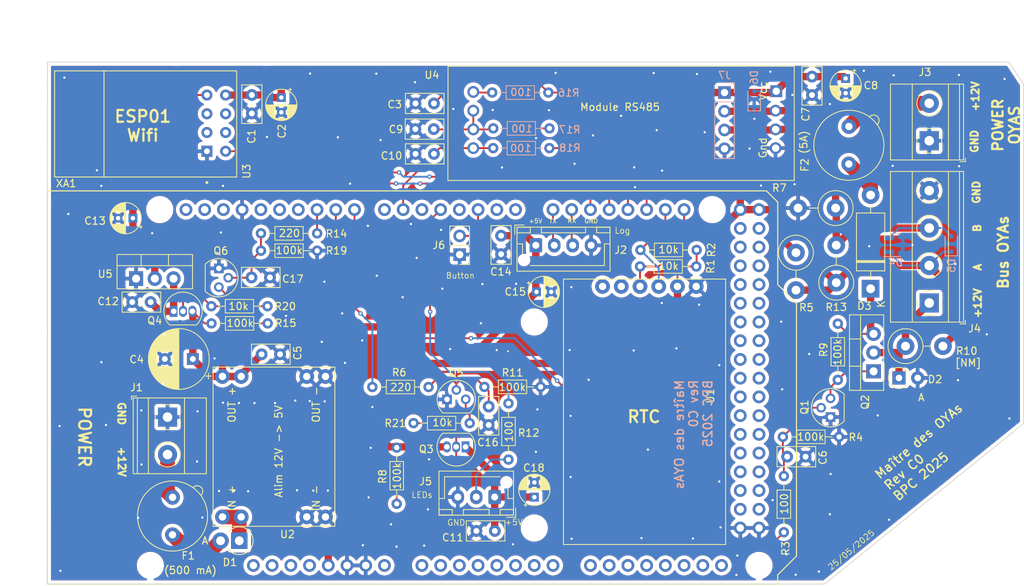
<source format=kicad_pcb>
(kicad_pcb (version 20221018) (generator pcbnew)
  (title_block (title "Commande des OYAs - Maître RS485 - \"Maître des OYAs\"") (date "2025-05-25") (rev "C0") (company "BPC") (comment 1 "Extension Wifi (ESP01)") (comment 2 "Interface LEDs RGB - Bouton - Bus RS485") (comment 3 "Alim 12V - Sortie 12 V pilotable - Bus RS485"))
  (layers (0 "F.Cu" signal) (31 "B.Cu" signal) (34 "B.Paste" user) (35 "F.Paste" user) (36 "B.SilkS" user "B.Silkscreen") (37 "F.SilkS" user "F.Silkscreen") (38 "B.Mask" user) (39 "F.Mask" user) (44 "Edge.Cuts" user))
  (net 0 "")
  (net 1 "+5V")
  (net 2 "GND")
  (net 3 "Net-(J1-Pin_2)")
  (net 4 "Net-(C6-Pad1)")
  (net 5 "Net-(D3-K)")
  (net 6 "Net-(J5-Pin_1)")
  (net 7 "Net-(J5-Pin_2)")
  (net 8 "Net-(D3-A)")
  (net 9 "Net-(Q2-G)")
  (net 10 "Net-(Q3-B)")
  (net 11 "SCL")
  (net 12 "SDA")
  (net 13 "CMD_OYAS_PWR")
  (net 14 "CMD_LEDS_PWR")
  (net 15 "DATA_LEDS")
  (net 18 "RS485_TX")
  (net 19 "TX_EN")
  (net 20 "RS485_RX")
  (net 21 "A")
  (net 22 "B")
  (net 24 "Net-(U4-DE)")
  (net 25 "Net-(U4-DI)")
  (net 26 "TEST_BTN")
  (net 27 "Net-(U4-RO)")
  (net 47 "Net-(Q4-C)")
  (net 49 "TX_LOG")
  (net 50 "RX_LOG")
  (net 88 "Net-(D1-A)")
  (net 89 "Net-(D2-K)")
  (net 90 "Net-(D1-K)")
  (net 96 "Net-(J3-Pin_2)")
  (net 97 "POWER_3.3")
  (net 98 "Net-(Q4-B)")
  (net 99 "CMD_WIFI_PWR")
  (net 100 "RX_WIFI")
  (net 103 "TX_WIFI")
  (net 106 "Net-(C16-Pad1)")
  (net 107 "Net-(C17-Pad1)")
  (net 108 "Net-(Q5-Pad3)")
  (net 109 "Net-(Q6-Pad3)")
  (footprint "TerminalBlock_Phoenix:TerminalBlock_Phoenix_MKDS-1,5-2-5.08_1x02_P5.08mm_Horizontal" (layer "F.Cu") (at 90.88 97.14 -90)
    (fp_text reference "J1")
    (fp_text value "POWER_12V")
  )
  (footprint "Capacitor_THT:C_Disc_D5.0mm_W2.5mm_P2.50mm" (layer "F.Cu") (at 174.92 102.51)
    (fp_text reference "C6")
    (fp_text value "100nF")
  )
  (footprint "Resistor_THT:R_Axial_DIN0204_L3.6mm_D1.6mm_P7.62mm_Horizontal" (layer "F.Cu") (at 96.84 84.43)
    (fp_text reference "R15")
    (fp_text value "100k")
  )
  (footprint "Resistor_THT:R_Axial_DIN0204_L3.6mm_D1.6mm_P7.62mm_Horizontal" (layer "F.Cu") (at 111.17 72.22 180)
    (fp_text reference "R14")
    (fp_text value "220")
  )
  (footprint "Package_TO_SOT_THT:TO-92_Inline" (layer "F.Cu") (at 131.3 101.18 180)
    (fp_text reference "Q3")
    (fp_text value "BC327")
  )
  (footprint "Capacitor_THT:C_Disc_D5.0mm_W2.5mm_P2.50mm" (layer "F.Cu") (at 88.59 81.54 180)
    (fp_text reference "C12")
    (fp_text value "100nF")
  )
  (footprint "Resistor_THT:R_Axial_DIN0204_L3.6mm_D1.6mm_P7.62mm_Horizontal" (layer "F.Cu") (at 174.47 105.14 -90)
    (fp_text reference "R3")
    (fp_text value "100")
  )
  (footprint "Resistor_THT:R_Axial_DIN0204_L3.6mm_D1.6mm_P7.62mm_Horizontal" (layer "F.Cu") (at 104.44 82.1 180)
    (fp_text reference "R20")
    (fp_text value "10k")
  )
  (footprint "bpc:BPC_Mod485" (layer "F.Cu") (at 173.35 53.04 -90)
    (fp_text reference "U4")
    (fp_text value "BPC_Mod485" hide)
  )
  (footprint "Capacitor_THT:CP_Radial_D8.0mm_P3.80mm" (layer "F.Cu") (at 94.31 89.26 180)
    (fp_text reference "C4")
    (fp_text value "100µF")
  )
  (footprint "Package_TO_SOT_THT:TO-220-3_Vertical" (layer "F.Cu") (at 86.61 78.36)
    (fp_text reference "U5")
    (fp_text value "LM1117DT-3.3")
  )
  (footprint "Diode_THT:D_A-405_P2.54mm_Vertical_AnodeUp" (layer "F.Cu") (at 190.085 91.83)
    (fp_text reference "D2")
    (fp_text value "BAT42")
  )
  (footprint "Diode_THT:D_DO-15_P12.70mm_Horizontal" (layer "F.Cu") (at 186.24 79.73 90)
    (fp_text reference "D3")
    (fp_text value "SR560")
  )
  (footprint "Capacitor_THT:CP_Radial_D4.0mm_P2.00mm" (layer "F.Cu") (at 140.63 108 90)
    (fp_text reference "C18")
    (fp_text value "10µF")
  )
  (footprint "Capacitor_THT:CP_Radial_D4.0mm_P2.00mm" (layer "F.Cu") (at 106.31 53.8 -90)
    (fp_text reference "C2")
    (fp_text value "10µF")
  )
  (footprint "bpc:BPC_Alim5V" (layer "F.Cu") (at 98.33 110.68 90)
    (fp_text reference "U2")
    (fp_text value "BPC_Alim5V" hide)
  )
  (footprint "bpc:BPC_RtcArduino" (layer "F.Cu") (at 162.58 79.42 -90)
    (fp_text reference "U1")
    (fp_text value "RtcArduino")
  )
  (footprint "Resistor_THT:R_Axial_DIN0414_L11.9mm_D4.5mm_P5.08mm_Vertical" (layer "F.Cu") (at 181.49 68.79 180)
    (fp_text reference "R7")
    (fp_text value "220")
  )
  (footprint "Capacitor_THT:C_Disc_D5.0mm_W2.5mm_P2.50mm" (layer "F.Cu") (at 135.27 112.58 180)
    (fp_text reference "C11")
    (fp_text value "100nF")
  )
  (footprint "Package_TO_SOT_THT:TO-92" (layer "F.Cu") (at 180.8 97.14 90)
    (fp_text reference "Q1")
    (fp_text value "BPC_2N2222A")
  )
  (footprint "Capacitor_THT:C_Disc_D5.0mm_W2.5mm_P2.50mm" (layer "F.Cu") (at 178.29 50.96 -90)
    (fp_text reference "C7")
    (fp_text value "100nF")
  )
  (footprint "Resistor_THT:R_Axial_DIN0204_L3.6mm_D1.6mm_P7.62mm_Horizontal" (layer "F.Cu") (at 131.86 97.96 180)
    (fp_text reference "R21")
    (fp_text value "10k")
  )
  (footprint "Fuse:Fuseholder_TR5_Littelfuse_No560_No460" (layer "F.Cu") (at 183.28 62.81 90)
    (fp_text reference "F2")
    (fp_text value "5A")
  )
  (footprint "Diode_THT:D_DO-15_P2.54mm_Vertical_AnodeUp" (layer "F.Cu") (at 100.61 113.91 180)
    (fp_text reference "D1")
    (fp_text value "SR560")
  )
  (footprint "Package_TO_SOT_THT:TO-92_Inline" (layer "F.Cu") (at 91.71 82.79)
    (fp_text reference "Q4")
    (fp_text value "BC327")
  )
  (footprint "Resistor_THT:R_Axial_DIN0204_L3.6mm_D1.6mm_P7.62mm_Horizontal" (layer "F.Cu") (at 137.12 95.28 -90)
    (fp_text reference "R12")
    (fp_text value "100")
  )
  (footprint "Resistor_THT:R_Axial_DIN0204_L3.6mm_D1.6mm_P7.62mm_Horizontal" (layer "F.Cu") (at 181.79 84.47 -90)
    (fp_text reference "R9")
    (fp_text value "100k")
  )
  (footprint "Resistor_THT:R_Axial_DIN0204_L3.6mm_D1.6mm_P7.62mm_Horizontal" (layer "F.Cu") (at 162.64 74.47 180)
    (fp_text reference "R2")
    (fp_text value "10k")
  )
  (footprint "Package_TO_SOT_THT:TO-220-3_Vertical" (layer "F.Cu") (at 186.64 90.93 90)
    (fp_text reference "Q2")
    (fp_text value "P03P4L-04")
  )
  (footprint "bpc:BPC_Arduino_Mega2560_Shield" (layer "F.Cu") (at 74.58 119.8)
    (fp_text reference "XA1")
    (fp_text value "Arduino_Mega2560_Shield")
  )
  (footprint "Resistor_THT:R_Axial_DIN0414_L11.9mm_D4.5mm_P5.08mm_Vertical" (layer "F.Cu") (at 181.58 78.91 90)
    (fp_text reference "R13")
    (fp_text value "128")
  )
  (footprint "Capacitor_THT:C_Disc_D5.0mm_W2.5mm_P2.50mm" (layer "F.Cu") (at 102.31 53.45 -90)
    (fp_text reference "C1")
    (fp_text value "100nF")
  )
  (footprint "Capacitor_THT:C_Disc_D5.0mm_W2.5mm_P2.50mm" (layer "F.Cu") (at 127.01 54.6 180)
    (fp_text reference "C3")
    (fp_text value "1nF")
  )
  (footprint "Resistor_THT:R_Axial_DIN0204_L3.6mm_D1.6mm_P7.62mm_Horizontal" (layer "F.Cu") (at 121.96 101.28 -90)
    (fp_text reference "R8")
    (fp_text value "100k")
  )
  (footprint "Resistor_THT:R_Axial_DIN0204_L3.6mm_D1.6mm_P7.62mm_Horizontal" (layer "F.Cu") (at 103.55 74.57)
    (fp_text reference "R19")
    (fp_text value "100k")
  )
  (footprint "bpc:BPC_XCVR_ESP8266-01_ESP-01" (layer "F.Cu") (at 87.91 57.27 90)
    (fp_text reference "U3")
    (fp_text value "BPC_ESP8266-01_ESP-01")
  )
  (footprint "Capacitor_THT:CP_Radial_D4.0mm_P2.00mm" (layer "F.Cu") (at 182.85 51.207401 -90)
    (fp_text reference "C8")
    (fp_text value "10µF")
  )
  (footprint "Capacitor_THT:C_Disc_D5.0mm_W2.5mm_P2.50mm" (layer "F.Cu") (at 136.12 72.54 -90)
    (fp_text reference "C14")
    (fp_text value "100nF")
  )
  (footprint "Capacitor_THT:C_Disc_D5.0mm_W2.5mm_P2.50mm" (layer "F.Cu") (at 103.64 88.62)
    (fp_text reference "C5")
    (fp_text value "100nF")
  )
  (footprint "TerminalBlock_Phoenix:TerminalBlock_Phoenix_MKDS-1,5-2-5.08_1x02_P5.08mm_Horizontal" (layer "F.Cu") (at 194.19 59.66 90)
    (fp_text reference "J3")
    (fp_text value "POWER_OYAS_12V")
  )
  (footprint "Package_TO_SOT_THT:TO-92" (layer "F.Cu") (at 97.84 76.97 -90)
    (fp_text reference "Q6")
    (fp_text value "BPC_2N2222A")
  )
  (footprint "Resistor_THT:R_Axial_DIN0204_L3.6mm_D1.6mm_P7.62mm_Horizontal" (layer "F.Cu") (at 133.86 93.04)
    (fp_text reference "R11")
    (fp_text value "100k")
  )
  (footprint "Package_TO_SOT_THT:TO-92" (layer "F.Cu") (at 128.78 94.73)
    (fp_text reference "Q5")
    (fp_text value "BPC_2N2222A")
  )
  (footprint "Resistor_THT:R_Axial_DIN0414_L11.9mm_D4.5mm_P5.08mm_Vertical" (layer "F.Cu") (at 176.11 74.84 -90)
    (fp_text reference "R5")
    (fp_text value "220")
  )
  (footprint "Connector_PinHeader_2.54mm:PinHeader_1x02_P2.54mm_Vertical" (layer "F.Cu") (at 130.5 75.105 180)
    (fp_text reference "J6")
    (fp_text value "Button")
  )
  (footprint "Capacitor_THT:C_Disc_D5.0mm_W2.5mm_P2.50mm" (layer "F.Cu") (at 126.99 58.08 180)
    (fp_text reference "C9")
    (fp_text value "1nF")
  )
  (footprint "Capacitor_THT:CP_Radial_D4.0mm_P2.00mm" (layer "F.Cu") (at 86.18 70.16 180)
    (fp_text reference "C13")
    (fp_text value "10µF")
  )
  (footprint "Capacitor_THT:C_Disc_D5.0mm_W2.5mm_P2.50mm" (layer "F.Cu") (at 127.01 61.44 180)
    (fp_text reference "C10")
    (fp_text value "1nF")
  )
  (footprint "Connector_JST:JST_XH_B3B-XH-AM_1x03_P2.50mm_Vertical" (layer "F.Cu") (at 135.25 107.98 180)
    (fp_text reference "J5")
    (fp_text value "Leds RGB")
  )
  (footprint "Capacitor_THT:C_Disc_D5.0mm_W2.5mm_P2.50mm" (layer "F.Cu") (at 102.27 78.2)
    (fp_text reference "C17")
    (fp_text value "100nF")
  )
  (footprint "Resistor_THT:R_Axial_DIN0204_L3.6mm_D1.6mm_P7.62mm_Horizontal" (layer "F.Cu") (at 162.59 76.71 180)
    (fp_text reference "R1")
    (fp_text value "10k")
  )
  (footprint "Capacitor_THT:CP_Radial_D4.0mm_P2.00mm" (layer "F.Cu") (at 140.92 80.15)
    (fp_text reference "C15")
    (fp_text value "10µF")
  )
  (footprint "Connector_JST:JST_XH_B4B-XH-AM_1x04_P2.50mm_Vertical" (layer "F.Cu") (at 140.83 73.84)
    (fp_text reference "J2")
    (fp_text value "Log")
  )
  (footprint "Resistor_THT:R_Axial_DIN0414_L11.9mm_D4.5mm_P5.08mm_Vertical" (layer "F.Cu") (at 190.97 87.52)
    (fp_text reference "R10")
    (fp_text value "R")
  )
  (footprint "TerminalBlock_Phoenix:TerminalBlock_Phoenix_MKDS-1,5-4-5.08_1x04_P5.08mm_Horizontal" (layer "F.Cu") (at 194.19 81.66 90)
    (fp_text reference "J4")
    (fp_text value "BUS_OYAS")
  )
  (footprint "Resistor_THT:R_Axial_DIN0204_L3.6mm_D1.6mm_P7.62mm_Horizontal" (layer "F.Cu") (at 174.34 99.82)
    (fp_text reference "R4")
    (fp_text value "100k")
  )
  (footprint "Fuse:Fuseholder_TR5_Littelfuse_No560_No460" (layer "F.Cu") (at 91.55 113.1 90)
    (fp_text reference "F1")
    (fp_text value "500 mA")
  )
  (footprint "Resistor_THT:R_Axial_DIN0204_L3.6mm_D1.6mm_P7.62mm_Horizontal" (layer "F.Cu") (at 118.66 93.06)
    (fp_text reference "R6")
    (fp_text value "220")
  )
  (footprint "Capacitor_THT:C_Disc_D5.0mm_W2.5mm_P2.50mm" (layer "F.Cu") (at 134.44 95.71 -90)
    (fp_text reference "C16")
    (fp_text value "100nF")
  )
  (footprint "Resistor_THT:R_Axial_DIN0204_L3.6mm_D1.6mm_P7.62mm_Horizontal" (layer "B.Cu") (at 134.91 53.12)
    (fp_text reference "R16")
    (fp_text value "100")
  )
  (footprint "Connector_PinHeader_2.54mm:PinHeader_1x04_P2.54mm_Vertical" (layer "B.Cu") (at 166.42 53.12 180)
    (fp_text reference "J7")
    (fp_text value "Adapt BUS")
  )
  (footprint "Resistor_THT:R_Axial_DIN0204_L3.6mm_D1.6mm_P7.62mm_Horizontal" (layer "B.Cu") (at 135.06 57.98)
    (fp_text reference "R17")
    (fp_text value "100")
  )
  (footprint "Package_TO_SOT_SMD:SOT-23" (layer "B.Cu") (at 189.6525 73.8)
    (fp_text reference "D4")
    (fp_text value "SM712_SOT23")
  )
  (footprint "Diode_SMD:D_SOD-323" (layer "B.Cu") (at 170.44 53.99 90)
    (fp_text reference "D6")
    (fp_text value "SD12_SOD323")
  )
  (footprint "Resistor_THT:R_Axial_DIN0204_L3.6mm_D1.6mm_P7.62mm_Horizontal" (layer "B.Cu") (at 135.05 60.66)
    (fp_text reference "R18")
    (fp_text value "100")
  )
  (footprint "Diode_SMD:D_SOD-323" (layer "B.Cu") (at 197.19 73.66 90)
    (fp_text reference "D5")
    (fp_text value "SD12_SOD323")
  )
  (gr_line (start 74.57 119.78) (end 74.58 49) (stroke (width 0.1)) (layer "Edge.Cuts"))
  (gr_line (start 180 119.78) (end 207 98) (stroke (width 0.1)) (layer "Edge.Cuts"))
  (gr_line (start 207 52) (end 205 49) (stroke (width 0.1)) (layer "Edge.Cuts"))
  (gr_line (start 207 52) (end 207 98) (stroke (width 0.1)) (layer "Edge.Cuts"))
  (gr_line (start 74.58 49) (end 205 49) (stroke (width 0.1)) (layer "Edge.Cuts"))
  (gr_line (start 74.57 119.78) (end 180 119.78) (stroke (width 0.1)) (layer "Edge.Cuts"))
  (gr_text "Maître des OYAs\nRev C0\nBPC 2025" (at 164.86 91.98 90) (layer "B.SilkS") (effects (font (size 1.2 1.2) (thickness 0.2)) (justify left bottom mirror)))
  (gr_text "RX" (at 145.07 70.86) (layer "F.SilkS") (effects (font (size 0.6 0.6) (thickness 0.1)) (justify left bottom)))
  (gr_text "POWER" (at 78.69 99.84 270) (layer "F.SilkS") (effects (font (size 1.6 1.6) (thickness 0.3) bold) (justify bottom)))
  (gr_text "GND" (at 128.75 111.92) (layer "F.SilkS") (effects (font (size 0.8 0.8) (thickness 0.1)) (justify left bottom)))
  (gr_text "[NM]" (at 199.47 89.78) (layer "F.SilkS") (effects (font (size 1 1))))
  (gr_text "ESP01\nWifi" (at 87.53 59.87) (layer "F.SilkS") (effects (font (size 1.6 1.6) (thickness 0.3) bold) (justify bottom)))
  (gr_text "100k" (at 137.64 93.08) (layer "F.SilkS") (effects (font (size 1 1))))
  (gr_text "RTC" (at 155.49 98.03) (layer "F.SilkS") (effects (font (size 1.6 1.6) (thickness 0.3) bold) (justify bottom)))
  (gr_text "GND" (at 201.17 68.33 90) (layer "F.SilkS") (effects (font (size 1 1) (thickness 0.25) bold) (justify left bottom)))
  (gr_text "GND" (at 84.05 94.98 -90) (layer "F.SilkS") (effects (font (size 1 1) (thickness 0.25) bold) (justify left bottom)))
  (gr_text "B" (at 201.28 72.17 90) (layer "F.SilkS") (effects (font (size 1 1) (thickness 0.25) bold) (justify left bottom)))
  (gr_text "TX" (at 142.57 70.9) (layer "F.SilkS") (effects (font (size 0.6 0.6) (thickness 0.1)) (justify left bottom)))
  (gr_text "Bus OYAs" (at 205.04 79.92 90) (layer "F.SilkS") (effects (font (size 1.4 1.4) (thickness 0.3) bold) (justify left bottom)))
  (gr_text "25/05/2025" (at 180.89 118.05 40) (layer "F.SilkS") (effects (font (size 0.8 0.8) (thickness 0.1)) (justify left bottom)))
  (gr_text "A" (at 201.34 77.4 90) (layer "F.SilkS") (effects (font (size 1 1) (thickness 0.25) bold) (justify left bottom)))
  (gr_text "Maître des OYAs\nRev C0\nBPC 2025" (at 189.94 108.74 40) (layer "F.SilkS") (effects (font (size 1.2 1.2) (thickness 0.2)) (justify left bottom)))
  (gr_text "(5A)" (at 177.16 59.86 90) (layer "F.SilkS") (effects (font (size 1 1))))
  (gr_text "+5V" (at 139.81 70.9) (layer "F.SilkS") (effects (font (size 0.6 0.6) (thickness 0.1)) (justify left bottom)))
  (gr_text "100k" (at 107.38 74.53) (layer "F.SilkS") (effects (font (size 1 1))))
  (gr_text "POWER\nOYAS" (at 206.57 57.54 90) (layer "F.SilkS") (effects (font (size 1.4 1.4) (thickness 0.3) bold) (justify bottom)))
  (gr_text "+12V" (at 201.03 55.79 90) (layer "F.SilkS") (effects (font (size 1 1) (thickness 0.25) bold) (justify left bottom)))
  (gr_text "LEDs" (at 123.92 108.17) (layer "F.SilkS") (effects (font (size 0.8 0.8) (thickness 0.1)) (justify left bottom)))
  (gr_text "Log" (at 151.47 72.32) (layer "F.SilkS") (effects (font (size 0.8 0.8) (thickness 0.1)) (justify left bottom)))
  (gr_text "+12V" (at 84.08 101.04 -90) (layer "F.SilkS") (effects (font (size 1 1) (thickness 0.25) bold) (justify left bottom)))
  (gr_text "Button" (at 128.58 78.41) (layer "F.SilkS") (effects (font (size 0.8 0.8) (thickness 0.1)) (justify left bottom)))
  (gr_text "GND" (at 147.35 70.89) (layer "F.SilkS") (effects (font (size 0.6 0.6) (thickness 0.1)) (justify left bottom)))
  (gr_text "(500 mA)" (at 93.98 117.92) (layer "F.SilkS") (effects (font (size 1 1))))
  (gr_text "+5V" (at 136.56 111.87) (layer "F.SilkS") (effects (font (size 0.8 0.8) (thickness 0.1)) (justify left bottom)))
  (gr_text "+12V" (at 201.34 83.86 90) (layer "F.SilkS") (effects (font (size 1 1) (thickness 0.25) bold) (justify left bottom)))
  (gr_text "GND" (at 200.91 61.43 90) (layer "F.SilkS") (effects (font (size 1 1) (thickness 0.25) bold) (justify left bottom)))
  (segment (start 98.33 89.87) (end 101.91 86.29) (width 1) (layer "F.Cu") (net 1))
  (segment (start 155.03 89.86) (end 161.22 89.86) (width 1) (layer "F.Cu") (net 1))
  (segment (start 95.89 84.43) (end 96.84 84.43) (width 0.25) (layer "F.Cu") (net 1))
  (segment (start 139.53 72.54) (end 140.83 73.84) (width 1) (layer "F.Cu") (net 1))
  (segment (start 161.46 55.38) (end 163.72 53.12) (width 1) (layer "F.Cu") (net 1))
  (segment (start 100.87 91.63) (end 100.87 91.39) (width 1) (layer "F.Cu") (net 1))
  (segment (start 161.14 76.71) (end 160.04 77.81) (width 0.25) (layer "F.Cu") (net 1))
  (segment (start 116.54 111.55) (end 116.54 96.76) (width 1) (layer "F.Cu") (net 1))
  (segment (start 166.42 53.12) (end 173.26 53.12) (width 1) (layer "F.Cu") (net 1))
  (segment (start 176.11 74.84) (end 173.85 72.58) (width 1) (layer "F.Cu") (net 1))
  (segment (start 165.66 85.42) (end 165.66 71.9) (width 1) (layer "F.Cu") (net 1))
  (segment (start 100.87 91.39) (end 103.64 88.62) (width 1) (layer "F.Cu") (net 1))
  (segment (start 112.68 115.23) (end 112.86 115.23) (width 1) (layer "F.Cu") (net 1))
  (segment (start 155.03 89.86) (end 160.04 84.85) (width 1) (layer "F.Cu") (net 1))
  (segment (start 182.602599 50.96) (end 182.85 51.207401) (width 1) (layer "F.Cu") (net 1))
  (segment (start 160.04 77.81) (end 160.04 79.42) (width 0.25) (layer "F.Cu") (net 1))
  (segment (start 98.33 91.63) (end 96.68 91.63) (width 1) (layer "F.Cu") (net 1))
  (segment (start 175.42 50.96) (end 173.44 52.94) (width 1) (layer "F.Cu") (net 1))
  (segment (start 101.91 86.29) (end 109.96 86.29) (width 1) (layer "F.Cu") (net 1))
  (segment (start 162.59 76.71) (end 161.14 76.71) (width 0.25) (layer "F.Cu") (net 1))
  (segment (start 165.66 71.9) (end 168.56 69) (width 1) (layer "F.Cu") (net 1))
  (segment (start 131.27 89.86) (end 155.03 89.86) (width 1) (layer "F.Cu") (net 1))
  (segment (start 160.04 84.85) (end 160.04 79.42) (width 1) (layer "F.Cu") (net 1))
  (segment (start 116.54 96.76) (end 116.54 88.75) (width 1) (layer "F.Cu") (net 1))
  (segment (start 140.83 80.06) (end 140.92 80.15) (width 1) (layer "F.Cu") (net 1))
  (segment (start 168.56 67.24) (end 166.16 64.84) (width 1) (layer "F.Cu") (net 1))
  (segment (start 140.83 73.84) (end 140.83 80.06) (width 1) (layer "F.Cu") (net 1))
  (segment (start 161.22 89.86) (end 165.66 85.42) (width 1) (layer "F.Cu") (net 1))
  (segment (start 94.31 89.26) (end 94.31 82.85) (width 1) (layer "F.Cu") (net 1))
  (segment (start 100.87 91.63) (end 98.33 91.63) (width 1) (layer "F.Cu") (net 1))
  (segment (start 173.26 53.12) (end 173.44 52.94) (width 1) (layer "F.Cu") (net 1))
  (segment (start 162.64 76.66) (end 162.59 76.71) (width 0.25) (layer "F.Cu") (net 1))
  (segment (start 172.65 69) (end 171.1 69) (width 1) (layer "F.Cu") (net 1))
  (segment (start 126.14 89.86) (end 131.27 89.86) (width 1) (layer "F.Cu") (net 1))
  (segment (start 163.72 53.12) (end 166.42 53.12) (width 1) (layer "F.Cu") (net 1))
  (segment (start 178.29 50.96) (end 182.602599 50.96) (width 1) (layer "F.Cu") (net 1))
  (segment (start 131.27 89.8) (end 131.27 89.86) (width 1) (layer "F.Cu") (net 1))
  (segment (start 163.55 64.84) (end 161.46 62.75) (width 1) (layer "F.Cu") (net 1))
  (segment (start 168.56 69) (end 168.56 67.24) (width 1) (layer "F.Cu") (net 1))
  (segment (start 109.96 86.29) (end 111.34 84.91) (width 1) (layer "F.Cu") (net 1))
  (segment (start 94.31 82.85) (end 94.25 82.79) (width 1) (layer "F.Cu") (net 1))
  (segment (start 168.56 69) (end 171.1 69) (width 1) (layer "F.Cu") (net 1))
  (segment (start 173.85 72.58) (end 173.85 70.2) (width 1) (layer "F.Cu") (net 1))
  (segment (start 140.92 80.15) (end 131.27 89.8) (width 1) (layer "F.Cu") (net 1))
  (segment (start 111.34 84.91) (end 121.19 84.91) (width 1) (layer "F.Cu") (net 1))
  (segment (start 96.68 91.63) (end 94.31 89.26) (width 1) (layer "F.Cu") (net 1))
  (segment (start 120.96 101.18) (end 116.54 96.76) (width 1) (layer "F.Cu") (net 1))
  (segment (start 162.64 74.47) (end 162.64 76.66) (width 0.25) (layer "F.Cu") (net 1))
  (segment (start 178.29 50.96) (end 175.42 50.96) (width 1) (layer "F.Cu") (net 1))
  (segment (start 128.76 101.18) (end 121.41 101.18) (width 1) (layer "F.Cu") (net 1))
  (segment (start 121.19 84.91) (end 126.14 89.86) (width 1) (layer "F.Cu") (net 1))
  (segment (start 112.86 115.23) (end 116.54 111.55) (width 1) (layer "F.Cu") (net 1))
  (segment (start 98.33 91.63) (end 98.33 89.87) (width 1) (layer "F.Cu") (net 1))
  (segment (start 161.46 62.75) (end 161.46 55.38) (width 1) (layer "F.Cu") (net 1))
  (segment (start 121.41 101.18) (end 120.96 101.18) (width 1) (layer "F.Cu") (net 1))
  (segment (start 94.25 82.79) (end 95.89 84.43) (width 0.25) (layer "F.Cu") (net 1))
  (segment (start 166.16 64.84) (end 163.55 64.84) (width 1) (layer "F.Cu") (net 1))
  (segment (start 116.54 88.75) (end 112.68 84.89) (width 1) (layer "F.Cu") (net 1))
  (segment (start 173.85 70.2) (end 172.65 69) (width 1) (layer "F.Cu") (net 1))
  (segment (start 136.12 72.54) (end 139.53 72.54) (width 1) (layer "F.Cu") (net 1))
  (segment (start 112.68 117.26) (end 112.68 115.23) (width 1) (layer "F.Cu") (net 1))
  (segment (start 170.44 52.94) (end 173.44 52.94) (width 0.25) (layer "B.Cu") (net 1))
  (via (at 180.71 110.32) (size 0.6) (drill 0.3) (layers "F.Cu" "B.Cu") (net 2))
  (via (at 180.71 54.68) (size 0.6) (drill 0.3) (layers "F.Cu" "B.Cu") (net 2))
  (via (at 117.28 86.75) (size 0.6) (drill 0.3) (layers "F.Cu" "B.Cu") (net 2))
  (via (at 157.23 58.22) (size 0.6) (drill 0.3) (layers "F.Cu" "B.Cu") (net 2))
  (via (at 94.94 96.36) (size 0.6) (drill 0.3) (layers "F.Cu" "B.Cu") (net 2))
  (via (at 175.93 65.56) (size 0.6) (drill 0.3) (layers "F.Cu" "B.Cu") (net 2))
  (via (at 118.05 71.2) (size 0.6) (drill 0.3) (layers "F.Cu" "B.Cu") (net 2))
  (via (at 110.17 94.95) (size 0.6) (drill 0.3) (layers "F.Cu" "B.Cu") (net 2))
  (via (at 108.44 107.06) (size 0.6) (drill 0.3) (layers "F.Cu" "B.Cu") (net 2))
  (via (at 115.64 65.48) (size 0.6) (drill 0.3) (layers "F.Cu" "B.Cu") (net 2))
  (via (at 124.67 75.55) (size 0.6) (drill 0.3) (layers "F.Cu" "B.Cu") (net 2))
  (via (at 179.22 118.09) (size 0.6) (drill 0.3) (layers "F.Cu" "B.Cu") (net 2))
  (via (at 81.29 63.67) (size 0.6) (drill 0.3) (layers "F.Cu" "B.Cu") (net 2))
  (via (at 101.81 107.2) (size 0.6) (drill 0.3) (layers "F.Cu" "B.Cu") (net 2))
  (via (at 98.4 65.78) (size 0.6) (drill 0.3) (layers "F.Cu" "B.Cu") (net 2))
  (via (at 117.37 114.52) (size 0.6) (drill 0.3) (layers "F.Cu" "B.Cu") (net 2))
  (via (at 198.24 63.11) (size 0.6) (drill 0.3) (layers "F.Cu" "B.Cu") (net 2))
  (via (at 87.32 96.24) (size 0.6) (drill 0.3) (layers "F.Cu" "B.Cu") (net 2))
  (via (at 127.97 71.75) (size 0.6) (drill 0.3) (layers "F.Cu" "B.Cu") (net 2))
  (via (at 159.9 87.82) (size 0.6) (drill 0.3) (layers "F.Cu" "B.Cu") (net 2))
  (via (at 189.23 63.06) (size 0.6) (drill 0.3) (layers "F.Cu" "B.Cu") (net 2))
  (via (at 99.89 107.16) (size 0.6) (drill 0.3) (layers "F.Cu" "B.Cu") (net 2))
  (via (at 174.24 93.37) (size 0.6) (drill 0.3) (layers "F.Cu" "B.Cu") (net 2))
  (via (at 154.18 63.26) (size 0.6) (drill 0.3) (layers "F.Cu" "B.Cu") (net 2))
  (via (at 162.13 113.61) (size 0.6) (drill 0.3) (layers "F.Cu" "B.Cu") (net 2))
  (via (at 112.62 107.11) (size 0.6) (drill 0.3) (layers "F.Cu" "B.Cu") (net 2))
  (via (at 102.67 95.24) (size 0.6) (drill 0.3) (layers "F.Cu" "B.Cu") (net 2))
  (via (at 98.11 72.1) (size 0.6) (drill 0.3) (layers "F.Cu" "B.Cu") (net 2))
  (via (at 169.82 60.71) (size 0.6) (drill 0.3) (layers "F.Cu" "B.Cu") (net 2))
  (via (at 98.4 95.19) (size 0.6) (drill 0.3) (layers "F.Cu" "B.Cu") (net 2))
  (via (at 76.89 51.1) (size 0.6) (drill 0.3) (layers "F.Cu" "B.Cu") (net 2))
  (via (at 147.99 92.08) (size 0.6) (drill 0.3) (layers "F.Cu" "B.Cu") (net 2))
  (via (at 129.64 55.34) (size 0.6) (drill 0.3) (layers "F.Cu" "B.Cu") (net 2))
  (via (at 119.2 50.56) (size 0.6) (drill 0.3) (layers "F.Cu" "B.Cu") (net 2))
  (via (at 111.8 86.93) (size 0.6) (drill 0.3) (layers "F.Cu" "B.Cu") (net 2))
  (via (at 174.12 84.2) (size 0.6) (drill 0.3) (layers "F.Cu" "B.Cu") (net 2))
  (via (at 177.91 88.58) (size 0.6) (drill 0.3) (layers "F.Cu" "B.Cu") (net 2))
  (via (at 202 85.91) (size 0.6) (drill 0.3) (layers "F.Cu" "B.Cu") (net 2))
  (via (at 121.94 114.71) (size 0.6) (drill 0.3) (layers "F.Cu" "B.Cu") (net 2))
  (via (at 126.19 109.66) (size 0.6) (drill 0.3) (layers "F.Cu" "B.Cu") (net 2))
  (via (at 205.07 97.33) (size 0.6) (drill 0.3) (layers "F.Cu" "B.Cu") (net 2))
  (via (at 90.43 85.93) (size 0.6) (drill 0.3) (layers "F.Cu" "B.Cu") (net 2))
  (via (at 76.24 98.36) (size 0.6) (drill 0.3) (layers "F.Cu" "B.Cu") (net 2))
  (via (at 135.53 88.05) (size 0.6) (drill 0.3) (layers "F.Cu" "B.Cu") (net 2))
  (via (at 110.21 50.55) (size 0.6) (drill 0.3) (layers "F.Cu" "B.Cu") (net 2))
  (via (at 168.03 118.54) (size 0.6) (drill 0.3) (layers "F.Cu" "B.Cu") (net 2))
  (via (at 118.65 95.77) (size 0.6) (drill 0.3) (layers "F.Cu" "B.Cu") (net 2))
  (via (at 174.82 115.76) (size 0.6) (drill 0.3) (layers "F.Cu" "B.Cu") (net 2))
  (via (at 82.53 98.21) (size 0.6) (drill 0.3) (layers "F.Cu" "B.Cu") (net 2))
  (via (at 186.04 73.96) (size 0.6) (drill 0.3) (layers "F.Cu" "B.Cu") (net 2))
  (via (at 113.98 59.19) (size 0.6) (drill 0.3) (layers "F.Cu" "B.Cu") (net 2))
  (via (at 104.36 59.14) (size 0.6) (drill 0.3) (layers "F.Cu" "B.Cu") (net 2))
  (via (at 162.98 81.89) (size 0.6) (drill 0.3) (layers "F.Cu" "B.Cu") (net 2))
  (via (at 95.6 110.76) (size 0.6) (drill 0.3) (layers "F.Cu" "B.Cu") (net 2))
  (via (at 148.58 58.94) (size 0.6) (drill 0.3) (layers "F.Cu" "B.Cu") (net 2))
  (via (at 185.32 50.17) (size 0.6) (drill 0.3) (layers "F.Cu" "B.Cu") (net 2))
  (via (at 142.62 55.51) (size 0.6) (drill 0.3) (layers "F.Cu" "B.Cu") (net 2))
  (via (at 97.25 89.18) (size 0.6) (drill 0.3) (layers "F.Cu" "B.Cu") (net 2))
  (via (at 198.09 92.13) (size 0.6) (drill 0.3) (layers "F.Cu" "B.Cu") (net 2))
  (via (at 188.74 111.06) (size 0.6) (drill 0.3) (layers "F.Cu" "B.Cu") (net 2))
  (via (at 197.74 76.38) (size 0.6) (drill 0.3) (layers "F.Cu" "B.Cu") (net 2))
  (via (at 112.15 78.78) (size 0.6) (drill 0.3) (layers "F.Cu" "B.Cu") (net 2))
  (via (at 138.16 79.06) (size 0.6) (drill 0.3) (layers "F.Cu" "B.Cu") (net 2))
  (via (at 152.39 56.28) (size 0.6) (drill 0.3) (layers "F.Cu" "B.Cu") (net 2))
  (via (at 134.98 55.49) (size 0.6) (drill 0.3) (layers "F.Cu" "B.Cu") (net 2))
  (via (at 154.1 88.1) (size 0.6) (drill 0.3) (layers "F.Cu" "B.Cu") (net 2))
  (via (at 154.28 65.96) (size 0.6) (drill 0.3) (layers "F.Cu" "B.Cu") (net 2))
  (via (at 97.87 107.16) (size 0.6) (drill 0.3) (layers "F.Cu" "B.Cu") (net 2))
  (via (at 156.81 50.48) (size 0.6) (drill 0.3) (layers "F.Cu" "B.Cu") (net 2))
  (via (at 108.2 94.9) (size 0.6) (drill 0.3) (layers "F.Cu" "B.Cu") (net 2))
  (via (at 119.26 77.97) (size 0.6) (drill 0.3) (layers "F.Cu" "B.Cu") (net 2))
  (via (at 137.72 114.4) (size 0.6) (drill 0.3) (layers "F.Cu" "B.Cu") (net 2))
  (via (at 128.15 79.73) (size 0.6) (drill 0.3) (layers "F.Cu" "B.Cu") (net 2))
  (via (at 122.77 80.88) (size 0.6) (drill 0.3) (layers "F.Cu" "B.Cu") (net 2))
  (via (at 163.74 58.5) (size 0.6) (drill 0.3) (layers "F.Cu" "B.Cu") (net 2))
  (via (at 146.08 62.78) (size 0.6) (drill 0.3) (layers "F.Cu" "B.Cu") (net 2))
  (via (at 114.57 83.08) (size 0.6) (drill 0.3) (layers "F.Cu" "B.Cu") (net 2))
  (via (at 133.58 79.1) (size 0.6) (drill 0.3) (layers "F.Cu" "B.Cu") (net 2))
  (via (at 124.45 51.72) (size 0.6) (drill 0.3) (layers "F.Cu" "B.Cu") (net 2))
  (via (at 105.46 95.24) (size 0.6) (drill 0.3) (layers "F.Cu" "B.Cu") (net 2))
  (via (at 136.24 63.29) (size 0.6) (drill 0.3) (layers "F.Cu" "B.Cu") (net 2))
  (via (at 100.56 95.24) (size 0.6) (drill 0.3) (layers "F.Cu" "B.Cu") (net 2))
  (via (at 180.81 104.85) (size 0.6) (drill 0.3) (layers "F.Cu" "B.Cu") (net 2))
  (via (at 145.55 105.26) (size 0.6) (drill 0.3) (layers "F.Cu" "B.Cu") (net 2))
  (via (at 176.08 118.52) (size 0.6) (drill 0.3) (layers "F.Cu" "B.Cu") (net 2))
  (via (at 191.92 73.8) (size 0.6) (drill 0.3) (layers "F.Cu" "B.Cu") (net 2))
  (via (at 204.4 51.28) (size 0.6) (drill 0.3) (layers "F.Cu" "B.Cu") (net 2))
  (via (at 123.89 70.95) (size 0.6) (drill 0.3) (layers "F.Cu" "B.Cu") (net 2))
  (via (at 171.36 65.74) (size 0.6) (drill 0.3) (layers "F.Cu" "B.Cu") (net 2))
  (via (at 156.04 101.55) (size 0.6) (drill 0.3) (layers "F.Cu" "B.Cu") (net 2))
  (via (at 170.47 56.68) (size 0.6) (drill 0.3) (layers "F.Cu" "B.Cu") (net 2))
  (via (at 90.23 92.66) (size 0.6) (drill 0.3) (layers "F.Cu" "B.Cu") (net 2))
  (via (at 106.94 83.41) (size 0.6) (drill 0.3) (layers "F.Cu" "B.Cu") (net 2))
  (via (at 187.2 96.92) (size 0.6) (drill 0.3) (layers "F.Cu" "B.Cu") (net 2))
  (via (at 76.34 117.99) (size 0.6) (drill 0.3) (layers "F.Cu" "B.Cu") (net 2))
  (via (at 81.9 65.78) (size 0.6) (drill 0.3) (layers "F.Cu" "B.Cu") (net 2))
  (via (at 110.65 107.11) (size 0.6) (drill 0.3) (layers "F.Cu" "B.Cu") (net 2))
  (via (at 125.69 114.57) (size 0.6) (drill 0.3) (layers "F.Cu" "B.Cu") (net 2))
  (via (at 118.15 108.03) (size 0.6) (drill 0.3) (layers "F.Cu" "B.Cu") (net 2))
  (via (at 94.88 103.16) (size 0.6) (drill 0.3) (layers "F.Cu" "B.Cu") (net 2))
  (via (at 145.65 79.52) (size 0.6) (drill 0.3) (layers "F.Cu" "B.Cu") (net 2))
  (via (at 77.42 69.59) (size 0.6) (drill 0.3) (layers "F.Cu" "B.Cu") (net 2))
  (via (at 141.05 96.1) (size 0.6) (drill 0.3) (layers "F.Cu" "B.Cu") (net 2))
  (via (at 140.86 59.3) (size 0.6) (drill 0.3) (layers "F.Cu" "B.Cu") (net 2))
  (via (at 126.35 102.87) (size 0.6) (drill 0.3) (layers "F.Cu" "B.Cu") (net 2))
  (via (at 119.77 59.57) (size 0.6) (drill 0.3) (layers "F.Cu" "B.Cu") (net 2))
  (via (at 87.35 103.57) (size 0.6) (drill 0.3) (layers "F.Cu" "B.Cu") (net 2))
  (via (at 143.52 50.45) (size 0.6) (drill 0.3) (layers "F.Cu" "B.Cu") (net 2))
  (via (at 145.69 113.64) (size 0.6) (drill 0.3) (layers "F.Cu" "B.Cu") (net 2))
  (via (at 145.55 96.97) (size 0.6) (drill 0.3) (layers "F.Cu" "B.Cu") (net 2))
  (via (at 145.42 88.05) (size 0.6) (drill 0.3) (layers "F.Cu" "B.Cu") (net 2))
  (via (at 133.37 84.41) (size 0.6) (drill 0.3) (layers "F.Cu" "B.Cu") (net 2))
  (via (at 114.94 89.79) (size 0.6) (drill 0.3) (layers "F.Cu" "B.Cu") (net 2))
  (via (at 172.64 50.29) (size 0.6) (drill 0.3) (layers "F.Cu" "B.Cu") (net 2))
  (via (at 121.2 111.68) (size 0.6) (drill 0.3) (layers "F.Cu" "B.Cu") (net 2))
  (via (at 198.21 50.73) (size 0.6) (drill 0.3) (layers "F.Cu" "B.Cu") (net 2))
  (via (at 129.21 87.92) (size 0.6) (drill 0.3) (layers "F.Cu" "B.Cu") (net 2))
  (via (at 165.71 90.09) (size 0.6) (drill 0.3) (layers "F.Cu" "B.Cu") (net 2))
  (via (at 189.36 50.79) (size 0.6) (drill 0.3) (layers "F.Cu" "B.Cu") (net 2))
  (via (at 88.8 72.2) (size 0.6) (drill 0.3) (layers "F.Cu" "B.Cu") (net 2))
  (via (at 168.16 115.92) (size 0.6) (drill 0.3) (layers "F.Cu" "B.Cu") (net 2))
  (via (at 172.94 108.4) (size 0.6) (drill 0.3) (layers "F.Cu" "B.Cu") (net 2))
  (via (at 157.96 63.71) (size 0.6) (drill 0.3) (layers "F.Cu" "B.Cu") (net 2))
  (via (at 81.91 89.69) (size 0.6) (drill 0.3) (layers "F.Cu" "B.Cu") (net 2))
  (via (at 157.92 81.66) (size 0.6) (drill 0.3) (layers "F.Cu" "B.Cu") (net 2))
  (via (at 118.43 101.31) (size 0.6) (drill 0.3) (layers "F.Cu" "B.Cu") (net 2))
  (via (at 165.88 112.1) (size 0.6) (drill 0.3) (layers "F.Cu" "B.Cu") (net 2))
  (via (at 162.68 50.61) (size 0.6) (drill 0.3) (layers "F.Cu" "B.Cu") (net 2))
  (via (at 175.63 53.44) (size 0.6) (drill 0.3) (layers "F.Cu" "B.Cu") (net 2))
  (via (at 86.9 110.81) (size 0.6) (drill 0.3) (layers "F.Cu" "B.Cu") (net 2))
  (via (at 140.84 101.85) (size 0.6) (drill 0.3) (layers "F.Cu" "B.Cu") (net 2))
  (via (at 112.19 95) (size 0.6) (drill 0.3) (layers "F.Cu" "B.Cu") (net 2))
  (via (at 155.16 113.55) (size 0.6) (drill 0.3) (layers "F.Cu" "B.Cu") (net 2))
  (via (at 165.71 105.88) (size 0.6) (drill 0.3) (layers "F.Cu" "B.Cu") (net 2))
  (segment (start 170.47 55.07) (end 170.44 55.04) (width 0.25) (layer "B.Cu") (net 2))
  (segment (start 190.59 73.8) (end 191.92 73.8) (width 0.25) (layer "B.Cu") (net 2))
  (segment (start 170.47 56.68) (end 170.47 55.07) (width 0.25) (layer "B.Cu") (net 2))
  (segment (start 90.88 102.22) (end 90.88 107.34) (width 2) (layer "F.Cu") (net 3))
  (segment (start 90.88 107.34) (end 91.56 108.02) (width 2) (layer "F.Cu") (net 3))
  (segment (start 174.34 99.82) (end 174.34 101.93) (width 0.25) (layer "F.Cu") (net 4))
  (segment (start 179.53 95.87) (end 178.29 95.87) (width 0.25) (layer "F.Cu") (net 4))
  (segment (start 174.47 105.14) (end 174.47 102.96) (width 0.25) (layer "F.Cu") (net 4))
  (segment (start 174.34 101.93) (end 174.92 102.51) (width 0.25) (layer "F.Cu") (net 4))
  (segment (start 174.47 102.96) (end 174.92 102.51) (width 0.25) (layer "F.Cu") (net 4))
  (segment (start 178.29 95.87) (end 174.34 99.82) (width 0.25) (layer "F.Cu") (net 4))
  (segment (start 186.64 85.85) (end 183.17 85.85) (width 0.25) (layer "F.Cu") (net 5))
  (segment (start 186.24 79.73) (end 186.24 85.45) (width 1) (layer "F.Cu") (net 5))
  (segment (start 186.24 85.45) (end 186.64 85.85) (width 1) (layer "F.Cu") (net 5))
  (segment (start 183.17 85.85) (end 181.79 84.47) (width 0.25) (layer "F.Cu") (net 5))
  (segment (start 135.25 107.98) (end 135.25 105.13) (width 1) (layer "F.Cu") (net 6))
  (segment (start 135.25 112.56) (end 135.27 112.58) (width 1) (layer "F.Cu") (net 6))
  (segment (start 135.25 107.98) (end 135.25 112.56) (width 1) (layer "F.Cu") (net 6))
  (segment (start 135.25 105.13) (end 131.3 101.18) (width 1) (layer "F.Cu") (net 6))
  (segment (start 135.25 107.98) (end 140.61 107.98) (width 1) (layer "F.Cu") (net 6))
  (segment (start 140.61 107.98) (end 140.63 108) (width 1) (layer "F.Cu") (net 6))
  (segment (start 132.75 104.97) (end 134.82 102.9) (width 0.25) (layer "B.Cu") (net 7))
  (segment (start 132.75 107.98) (end 132.75 104.97) (width 0.25) (layer "B.Cu") (net 7))
  (segment (start 134.82 102.9) (end 137.12 102.9) (width 0.25) (layer "B.Cu") (net 7))
  (segment (start 186.24 65.77) (end 183.28 62.81) (width 2) (layer "F.Cu") (net 8))
  (segment (start 186.24 67.03) (end 186.24 65.77) (width 2) (layer "F.Cu") (net 8))
  (segment (start 181.79 92.09) (end 182.95 90.93) (width 0.25) (layer "F.Cu") (net 9))
  (segment (start 180.8 93.08) (end 180.8 94.6) (width 0.25) (layer "F.Cu") (net 9))
  (segment (start 181.79 92.09) (end 180.8 93.08) (width 0.25) (layer "F.Cu") (net 9))
  (segment (start 182.95 90.93) (end 186.64 90.93) (width 0.25) (layer "F.Cu") (net 9))
  (segment (start 130.03 101.18) (end 130.03 99.62) (width 0.25) (layer "F.Cu") (net 10))
  (segment (start 121.96 106.12) (end 123.91 104.17) (width 0.25) (layer "F.Cu") (net 10))
  (segment (start 130.03 103.36) (end 129.22 104.17) (width 0.25) (layer "F.Cu") (net 10))
  (segment (start 128.37 97.96) (end 124.24 97.96) (width 0.25) (layer "F.Cu") (net 10))
  (segment (start 123.91 104.17) (end 129.22 104.17) (width 0.25) (layer "F.Cu") (net 10))
  (segment (start 130.03 101.18) (end 130.03 103.36) (width 0.25) (layer "F.Cu") (net 10))
  (segment (start 130.03 99.62) (end 128.37 97.96) (width 0.25) (layer "F.Cu") (net 10))
  (segment (start 121.96 108.9) (end 121.96 106.12) (width 0.25) (layer "F.Cu") (net 10))
  (segment (start 160.94 69) (end 160.94 73.24) (width 0.25) (layer "F.Cu") (net 11))
  (segment (start 157.47 76.71) (end 154.97 76.71) (width 0.25) (layer "F.Cu") (net 11))
  (segment (start 154.96 76.72) (end 154.97 76.71) (width 0.25) (layer "F.Cu") (net 11))
  (segment (start 160.94 73.24) (end 157.47 76.71) (width 0.25) (layer "F.Cu") (net 11))
  (segment (start 154.96 79.42) (end 154.96 76.72) (width 0.25) (layer "F.Cu") (net 11))
  (segment (start 155.02 74.47) (end 158.4 71.09) (width 0.25) (layer "F.Cu") (net 12))
  (segment (start 158.4 71.09) (end 158.4 69) (width 0.25) (layer "F.Cu") (net 12))
  (segment (start 157.5 76.95) (end 157.5 79.42) (width 0.25) (layer "B.Cu") (net 12))
  (segment (start 155.02 74.47) (end 157.5 76.95) (width 0.25) (layer "B.Cu") (net 12))
  (segment (start 144.81 93.3) (end 144.81 93.31) (width 0.25) (layer "F.Cu") (net 13))
  (segment (start 132.03 86.44) (end 125.5 86.44) (width 0.25) (layer "F.Cu") (net 13))
  (segment (start 166.01 114.51) (end 172.72 114.51) (width 0.25) (layer "F.Cu") (net 13))
  (segment (start 172.72 114.51) (end 174.47 112.76) (width 0.25) (layer "F.Cu") (net 13))
  (segment (start 125.5 86.44) (end 116.236 77.176) (width 0.25) (layer "F.Cu") (net 13))
  (segment (start 144.81 93.31) (end 166.01 114.51) (width 0.25) (layer "F.Cu") (net 13))
  (segment (start 116.236 77.176) (end 116.236 69) (width 0.25) (layer "F.Cu") (net 13))
  (segment (start 143.72 92.21) (end 144.81 93.3) (width 0.25) (layer "F.Cu") (net 13))
  (via (at 132.03 86.44) (size 0.6) (drill 0.3) (layers "F.Cu" "B.Cu") (net 13))
  (via (at 143.72 92.21) (size 0.6) (drill 0.3) (layers "F.Cu" "B.Cu") (net 13))
  (segment (start 132.03 86.44) (end 137.95 86.44) (width 0.25) (layer "B.Cu") (net 13))
  (segment (start 137.95 86.44) (end 143.72 92.21) (width 0.25) (layer "B.Cu") (net 13))
  (segment (start 117.06 83.08) (end 113.696 79.716) (width 0.25) (layer "F.Cu") (net 14))
  (segment (start 113.696 79.716) (end 113.696 69) (width 0.25) (layer "F.Cu") (net 14))
  (via (at 117.06 83.08) (size 0.6) (drill 0.3) (layers "F.Cu" "B.Cu") (net 14))
  (segment (start 118.66 93.06) (end 118.66 84.68) (width 0.25) (layer "B.Cu") (net 14))
  (segment (start 118.66 84.68) (end 117.06 83.08) (width 0.25) (layer "B.Cu") (net 14))
  (segment (start 126.5 82.84) (end 126.48 82.82) (width 0.25) (layer "F.Cu") (net 15))
  (segment (start 126.48 82.82) (end 126.48 70.44) (width 0.25) (layer "F.Cu") (net 15))
  (segment (start 127.92 69) (end 126.48 70.44) (width 0.25) (layer "F.Cu") (net 15))
  (via (at 126.5 82.84) (size 0.6) (drill 0.3) (layers "F.Cu" "B.Cu") (net 15))
  (segment (start 129.11 91.03) (end 126.5 88.42) (width 0.25) (layer "B.Cu") (net 15))
  (segment (start 126.5 88.42) (end 126.5 82.84) (width 0.25) (layer "B.Cu") (net 15))
  (segment (start 134.41 91.03) (end 129.11 91.03) (width 0.25) (layer "B.Cu") (net 15))
  (segment (start 137.12 93.74) (end 134.41 91.03) (width 0.25) (layer "B.Cu") (net 15))
  (segment (start 137.12 95.28) (end 137.12 93.74) (width 0.25) (layer "B.Cu") (net 15))
  (segment (start 146.84 60.66) (end 142.67 60.66) (width 0.25) (layer "F.Cu") (net 18))
  (segment (start 153.32 69) (end 153.32 67.14) (width 0.25) (layer "F.Cu") (net 18))
  (segment (start 153.32 67.14) (end 146.84 60.66) (width 0.25) (layer "F.Cu") (net 18))
  (segment (start 122.84 65.74) (end 122.84 69) (width 0.25) (layer "F.Cu") (net 19))
  (segment (start 142.68 57.98) (end 139.53 57.98) (width 0.25) (layer "F.Cu") (net 19))
  (segment (start 125.11 63.47) (end 122.84 65.74) (width 0.25) (layer "F.Cu") (net 19))
  (segment (start 139.53 57.98) (end 134.04 63.47) (width 0.25) (layer "F.Cu") (net 19))
  (segment (start 134.04 63.47) (end 125.11 63.47) (width 0.25) (layer "F.Cu") (net 19))
  (segment (start 127.01 54.6) (end 130.76 50.85) (width 0.25) (layer "F.Cu") (net 20))
  (segment (start 146.26 53.12) (end 142.53 53.12) (width 0.25) (layer "F.Cu") (net 20))
  (segment (start 155.86 69) (end 155.86 62.72) (width 0.25) (layer "F.Cu") (net 20))
  (segment (start 130.76 50.85) (end 140.26 50.85) (width 0.25) (layer "F.Cu") (net 20))
  (segment (start 140.26 50.85) (end 142.53 53.12) (width 0.25) (layer "F.Cu") (net 20))
  (segment (start 155.86 62.72) (end 146.26 53.12) (width 0.25) (layer "F.Cu") (net 20))
  (segment (start 183.91 76.58) (end 194.19 76.58) (width 1) (layer "F.Cu") (net 21))
  (segment (start 178.89 76.22) (end 181.58 78.91) (width 1) (layer "F.Cu") (net 21))
  (segment (start 196.05 87.52) (end 197.71 85.86) (width 1) (layer "F.Cu") (net 21))
  (segment (start 175.91 62.38) (end 178.89 65.36) (width 1) (layer "F.Cu") (net 21))
  (segment (start 176.11 79.92) (end 180.57 79.92) (width 1) (layer "F.Cu") (net 21))
  (segment (start 175.91 58.95) (end 175.08 58.12) (width 1) (layer "F.Cu") (net 21))
  (segment (start 181.58 78.91) (end 183.91 76.58) (width 1) (layer "F.Cu") (net 21))
  (segment (start 173.35 58.12) (end 175.08 58.12) (width 1) (layer "F.Cu") (net 21))
  (segment (start 178.89 65.36) (end 178.89 76.22) (width 1) (layer "F.Cu") (net 21))
  (segment (start 166.42 58.2) (end 173.27 58.2) (width 1) (layer "F.Cu") (net 21))
  (segment (start 180.57 79.92) (end 181.58 78.91) (width 1) (layer "F.Cu") (net 21))
  (segment (start 175.91 58.95) (end 175.91 62.38) (width 1) (layer "F.Cu") (net 21))
  (segment (start 197.71 85.86) (end 197.71 80.1) (width 1) (layer "F.Cu") (net 21))
  (segment (start 197.71 80.1) (end 194.19 76.58) (width 1) (layer "F.Cu") (net 21))
  (segment (start 173.27 58.2) (end 173.35 58.12) (width 1) (layer "F.Cu") (net 21))
  (segment (start 190.545 76.58) (end 194.19 76.58) (width 0.25) (layer "B.Cu") (net 21))
  (segment (start 188.715 74.75) (end 190.545 76.58) (width 0.25) (layer "B.Cu") (net 21))
  (segment (start 197.19 74.71) (end 196.06 74.71) (width 0.25) (layer "B.Cu") (net 21))
  (segment (start 196.06 74.71) (end 194.19 76.58) (width 0.25) (layer "B.Cu") (net 21))
  (segment (start 181.49 65) (end 181.49 68.79) (width 1) (layer "F.Cu") (net 22))
  (segment (start 181.58 73.83) (end 181.58 68.88) (width 1) (layer "F.Cu") (net 22))
  (segment (start 173.27 55.66) (end 173.35 55.58) (width 1) (layer "F.Cu") (net 22))
  (segment (start 181.58 68.88) (end 181.49 68.79) (width 1) (layer "F.Cu") (net 22))
  (segment (start 194.19 71.5) (end 183.91 71.5) (width 1) (layer "F.Cu") (net 22))
  (segment (start 176.48 55.58) (end 173.35 55.58) (width 1) (layer "F.Cu") (net 22))
  (segment (start 179.3 58.4) (end 179.3 62.81) (width 1) (layer "F.Cu") (net 22))
  (segment (start 179.3 58.4) (end 176.48 55.58) (width 1) (layer "F.Cu") (net 22))
  (segment (start 179.3 62.81) (end 181.49 65) (width 1) (layer "F.Cu") (net 22))
  (segment (start 183.91 71.5) (end 181.58 73.83) (width 1) (layer "F.Cu") (net 22))
  (segment (start 166.42 55.66) (end 173.27 55.66) (width 1) (layer "F.Cu") (net 22))
  (segment (start 194.19 71.5) (end 190.065 71.5) (width 0.25) (layer "B.Cu") (net 22))
  (segment (start 190.065 71.5) (end 188.715 72.85) (width 0.25) (layer "B.Cu") (net 22))
  (segment (start 196.08 71.5) (end 194.19 71.5) (width 0.25) (layer "B.Cu") (net 22))
  (segment (start 197.19 72.61) (end 196.08 71.5) (width 0.25) (layer "B.Cu") (net 22))
  (segment (start 127.03 58.12) (end 126.99 58.08) (width 0.25) (layer "F.Cu") (net 24))
  (segment (start 132.35 58.12) (end 132.35 55.58) (width 0.25) (layer "F.Cu") (net 24))
  (segment (start 134.92 58.12) (end 135.06 57.98) (width 0.25) (layer "F.Cu") (net 24))
  (segment (start 132.35 58.12) (end 127.03 58.12) (width 0.25) (layer "F.Cu") (net 24))
  (segment (start 132.35 58.12) (end 134.92 58.12) (width 0.25) (layer "F.Cu") (net 24))
  (segment (start 127.79 60.66) (end 127.01 61.44) (width 0.25) (layer "F.Cu") (net 25))
  (segment (start 132.35 60.66) (end 127.79 60.66) (width 0.25) (layer "F.Cu") (net 25))
  (segment (start 132.35 60.66) (end 135.05 60.66) (width 0.25) (layer "F.Cu") (net 25))
  (segment (start 131.925 72.565) (end 133 71.49) (width 0.25) (layer "F.Cu") (net 26))
  (segment (start 130.5 72.565) (end 131.925 72.565) (width 0.25) (layer "F.Cu") (net 26))
  (segment (start 133 71.49) (end 133 69) (width 0.25) (layer "F.Cu") (net 26))
  (segment (start 132.43 53.12) (end 132.35 53.04) (width 0.25) (layer "F.Cu") (net 27))
  (segment (start 134.91 53.12) (end 132.43 53.12) (width 0.25) (layer "F.Cu") (net 27))
  (segment (start 89.84 82.79) (end 88.59 81.54) (width 1) (layer "F.Cu") (net 47))
  (segment (start 91.71 82.79) (end 91.71 78.38) (width 1) (layer "F.Cu") (net 47))
  (segment (start 91.71 78.38) (end 91.69 78.36) (width 1) (layer "F.Cu") (net 47))
  (segment (start 91.71 82.79) (end 89.84 82.79) (width 1) (layer "F.Cu") (net 47))
  (segment (start 143.16 69) (end 143.16 73.67) (width 0.25) (layer "F.Cu") (net 49))
  (segment (start 143.16 73.67) (end 143.33 73.84) (width 0.25) (layer "F.Cu") (net 49))
  (segment (start 145.7 73.71) (end 145.83 73.84) (width 0.25) (layer "F.Cu") (net 50))
  (segment (start 145.7 69) (end 145.7 73.71) (width 0.25) (layer "F.Cu") (net 50))
  (segment (start 95.91 116.07) (end 98.07 113.91) (width 2) (layer "F.Cu") (net 88))
  (segment (start 91.55 113.1) (end 94.52 116.07) (width 2) (layer "F.Cu") (net 88))
  (segment (start 94.52 116.07) (end 95.91 116.07) (width 2) (layer "F.Cu") (net 88))
  (segment (start 190.97 87.52) (end 190.97 84.88) (width 1) (layer "F.Cu") (net 89))
  (segment (start 190.97 84.88) (end 194.19 81.66) (width 1) (layer "F.Cu") (net 89))
  (segment (start 186.64 88.39) (end 190.1 88.39) (width 1) (layer "F.Cu") (net 89))
  (segment (start 190.085 91.83) (end 190.085 88.405) (width 1) (layer "F.Cu") (net 89))
  (segment (start 190.085 88.405) (end 190.97 87.52) (width 1) (layer "F.Cu") (net 89))
  (segment (start 100.61 110.94) (end 100.87 110.68) (width 2) (layer "F.Cu") (net 90))
  (segment (start 100.61 113.91) (end 100.61 110.94) (width 2) (layer "F.Cu") (net 90))
  (segment (start 100.87 110.68) (end 98.33 110.68) (width 2) (layer "F.Cu") (net 90))
  (segment (start 186.44 54.58) (end 183.29 57.73) (width 2) (layer "F.Cu") (net 96))
  (segment (start 194.19 54.58) (end 186.44 54.58) (width 2) (layer "F.Cu") (net 96))
  (segment (start 89.15 76.04) (end 86.18 73.07) (width 1) (layer "F.Cu") (net 97))
  (segment (start 89.15 78.36) (end 89.15 76.04) (width 1) (layer "F.Cu") (net 97))
  (segment (start 103.62 50) (end 92.73 50) (width 1) (layer "F.Cu") (net 97))
  (segment (start 86.18 56.55) (end 92.73 50) (width 1) (layer "F.Cu") (net 97))
  (segment (start 86.18 70.16) (end 86.18 56.55) (width 1) (layer "F.Cu") (net 97))
  (segment (start 106.31 53.8) (end 104.64 53.8) (width 1) (layer "F.Cu") (net 97))
  (segment (start 106.31 53.8) (end 106.31 52.69) (width 1) (layer "F.Cu") (net 97))
  (segment (start 102.3 53.46) (end 102.31 53.45) (width 1) (layer "F.Cu") (net 97))
  (segment (start 86.18 73.07) (end 86.18 70.16) (width 1) (layer "F.Cu") (net 97))
  (segment (start 104.29 53.45) (end 102.31 53.45) (width 1) (layer "F.Cu") (net 97))
  (segment (start 104.64 53.8) (end 104.29 53.45) (width 1) (layer "F.Cu") (net 97))
  (segment (start 98.76 53.46) (end 102.3 53.46) (width 1) (layer "F.Cu") (net 97))
  (segment (start 106.31 52.69) (end 103.62 50) (width 1) (layer "F.Cu") (net 97))
  (segment (start 92.98 81.57) (end 93.77 80.78) (width 0.25) (layer "F.Cu") (net 98))
  (segment (start 99.16 82.1) (end 96.82 82.1) (width 0.25) (layer "F.Cu") (net 98))
  (segment (start 92.98 82.79) (end 92.98 81.57) (width 0.25) (layer "F.Cu") (net 98))
  (segment (start 93.77 80.78) (end 95.5 80.78) (width 0.25) (layer "F.Cu") (net 98))
  (segment (start 104.46 84.43) (end 101.49 84.43) (width 0.25) (layer "F.Cu") (net 98))
  (segment (start 101.49 84.43) (end 99.16 82.1) (width 0.25) (layer "F.Cu") (net 98))
  (segment (start 95.5 80.78) (end 96.82 82.1) (width 0.25) (layer "F.Cu") (net 98))
  (segment (start 111.156 69) (end 111.156 72.206) (width 0.25) (layer "F.Cu") (net 99))
  (segment (start 111.156 72.206) (end 111.17 72.22) (width 0.25) (layer "F.Cu") (net 99))
  (segment (start 114.58 61.08) (end 98.76 61.08) (width 0.25) (layer "F.Cu") (net 100))
  (segment (start 150.78 67.35) (end 147.97 64.54) (width 0.25) (layer "F.Cu") (net 100))
  (segment (start 150.78 69) (end 150.78 67.35) (width 0.25) (layer "F.Cu") (net 100))
  (segment (start 147.97 64.54) (end 126.4 64.54) (width 0.25) (layer "F.Cu") (net 100))
  (segment (start 117.46 63.96) (end 114.58 61.08) (width 0.25) (layer "F.Cu") (net 100))
  (segment (start 122.29 63.96) (end 117.46 63.96) (width 0.25) (layer "F.Cu") (net 100))
  (via (at 122.29 63.96) (size 0.6) (drill 0.3) (layers "F.Cu" "B.Cu") (net 100))
  (via (at 126.4 64.54) (size 0.6) (drill 0.3) (layers "F.Cu" "B.Cu") (net 100))
  (segment (start 122.87 64.54) (end 122.29 63.96) (width 0.25) (layer "B.Cu") (net 100))
  (segment (start 126.4 64.54) (end 122.87 64.54) (width 0.25) (layer "B.Cu") (net 100))
  (segment (start 148.24 67.48) (end 148.24 69) (width 0.25) (layer "F.Cu") (net 103))
  (segment (start 92.91 55.11) (end 92.91 61.28) (width 0.25) (layer "F.Cu") (net 103))
  (segment (start 92.91 61.28) (end 95.49 63.86) (width 0.25) (layer "F.Cu") (net 103))
  (segment (start 115.69 63.86) (end 117.29 65.46) (width 0.25) (layer "F.Cu") (net 103))
  (segment (start 95.49 63.86) (end 115.69 63.86) (width 0.25) (layer "F.Cu") (net 103))
  (segment (start 117.29 65.46) (end 121.86 65.46) (width 0.25) (layer "F.Cu") (net 103))
  (segment (start 125.16 65.47) (end 146.23 65.47) (width 0.25) (layer "F.Cu") (net 103))
  (segment (start 94.56 53.46) (end 92.91 55.11) (width 0.25) (layer "F.Cu") (net 103))
  (segment (start 146.23 65.47) (end 148.24 67.48) (width 0.25) (layer "F.Cu") (net 103))
  (segment (start 96.22 53.46) (end 94.56 53.46) (width 0.25) (layer "F.Cu") (net 103))
  (via (at 125.16 65.47) (size 0.6) (drill 0.3) (layers "F.Cu" "B.Cu") (net 103))
  (via (at 121.86 65.46) (size 0.6) (drill 0.3) (layers "F.Cu" "B.Cu") (net 103))
  (segment (start 121.87 65.47) (end 121.86 65.46) (width 0.25) (layer "B.Cu") (net 103))
  (segment (start 125.16 65.47) (end 121.87 65.47) (width 0.25) (layer "B.Cu") (net 103))
  (segment (start 133.86 93.04) (end 132.8 91.98) (width 0.25) (layer "F.Cu") (net 106))
  (segment (start 134.44 93.62) (end 133.86 93.04) (width 0.25) (layer "F.Cu") (net 106))
  (segment (start 129.21 91.77) (end 127.57 91.77) (width 0.25) (layer "F.Cu") (net 106))
  (segment (start 132.8 91.98) (end 130.68 91.98) (width 0.25) (layer "F.Cu") (net 106))
  (segment (start 127.57 91.77) (end 126.28 93.06) (width 0.25) (layer "F.Cu") (net 106))
  (segment (start 130.05 92.61) (end 129.21 91.77) (width 0.25) (layer "F.Cu") (net 106))
  (segment (start 134.44 95.71) (end 134.44 93.62) (width 0.25) (layer "F.Cu") (net 106))
  (segment (start 130.68 91.98) (end 130.05 92.61) (width 0.25) (layer "F.Cu") (net 106))
  (segment (start 130.05 93.46) (end 130.05 92.61) (width 0.25) (layer "F.Cu") (net 106))
  (segment (start 102.23 78.24) (end 102.27 78.2) (width 0.25) (layer "F.Cu") (net 107))
  (segment (start 102.27 75.85) (end 103.55 74.57) (width 0.25) (layer "F.Cu") (net 107))
  (segment (start 99.11 78.24) (end 102.23 78.24) (width 0.25) (layer "F.Cu") (net 107))
  (segment (start 103.55 72.22) (end 103.55 74.57) (width 0.25) (layer "F.Cu") (net 107))
  (segment (start 102.27 78.2) (end 102.27 75.85) (width 0.25) (layer "F.Cu") (net 107))
  (segment (start 131.86 97.96) (end 131.86 96.88) (width 0.25) (layer "F.Cu") (net 108))
  (segment (start 131.32 96.34) (end 131.86 96.88) (width 0.25) (layer "F.Cu") (net 108))
  (segment (start 131.32 94.73) (end 131.32 96.34) (width 0.25) (layer "F.Cu") (net 108))
  (segment (start 104.44 82.1) (end 100.43 82.1) (width 0.25) (layer "F.Cu") (net 109))
  (segment (start 100.43 82.1) (end 97.84 79.51) (width 0.25) (layer "F.Cu") (net 109))
  (zone (net 2) (net_name "GND") (layers "F&B.Cu") (connect_pads (clearance 0.5)) (min_thickness 0.25) (fill yes (thermal_gap 0.5) (thermal_bridge_width 0.5))
    (polygon (pts (xy 74.58 49) (xy 205 49) (xy 207 52) (xy 207 98) (xy 180 119.77) (xy 74.58 119.77)))
  )
)
</source>
